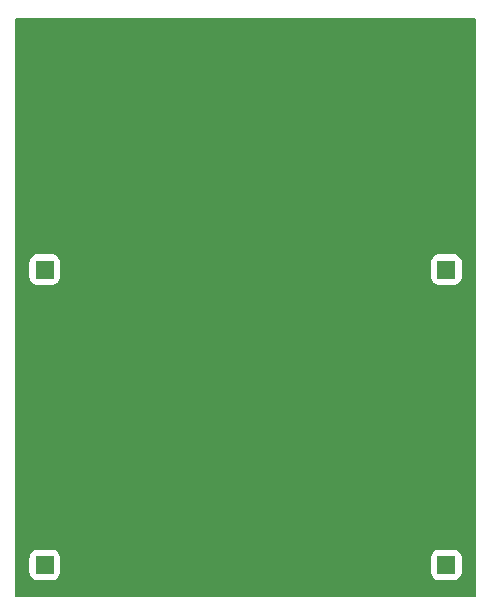
<source format=gbl>
G04 #@! TF.GenerationSoftware,KiCad,Pcbnew,8.0.3*
G04 #@! TF.CreationDate,2024-06-27T10:28:22+02:00*
G04 #@! TF.ProjectId,145MHz_BPF,3134354d-487a-45f4-9250-462e6b696361,rev?*
G04 #@! TF.SameCoordinates,Original*
G04 #@! TF.FileFunction,Copper,L2,Bot*
G04 #@! TF.FilePolarity,Positive*
%FSLAX46Y46*%
G04 Gerber Fmt 4.6, Leading zero omitted, Abs format (unit mm)*
G04 Created by KiCad (PCBNEW 8.0.3) date 2024-06-27 10:28:22*
%MOMM*%
%LPD*%
G01*
G04 APERTURE LIST*
G04 Aperture macros list*
%AMRoundRect*
0 Rectangle with rounded corners*
0 $1 Rounding radius*
0 $2 $3 $4 $5 $6 $7 $8 $9 X,Y pos of 4 corners*
0 Add a 4 corners polygon primitive as box body*
4,1,4,$2,$3,$4,$5,$6,$7,$8,$9,$2,$3,0*
0 Add four circle primitives for the rounded corners*
1,1,$1+$1,$2,$3*
1,1,$1+$1,$4,$5*
1,1,$1+$1,$6,$7*
1,1,$1+$1,$8,$9*
0 Add four rect primitives between the rounded corners*
20,1,$1+$1,$2,$3,$4,$5,0*
20,1,$1+$1,$4,$5,$6,$7,0*
20,1,$1+$1,$6,$7,$8,$9,0*
20,1,$1+$1,$8,$9,$2,$3,0*%
G04 Aperture macros list end*
G04 #@! TA.AperFunction,ComponentPad*
%ADD10RoundRect,0.250000X0.550000X-0.550000X0.550000X0.550000X-0.550000X0.550000X-0.550000X-0.550000X0*%
G04 #@! TD*
G04 #@! TA.AperFunction,ComponentPad*
%ADD11C,1.600000*%
G04 #@! TD*
G04 #@! TA.AperFunction,ComponentPad*
%ADD12RoundRect,0.250000X-0.550000X-0.550000X0.550000X-0.550000X0.550000X0.550000X-0.550000X0.550000X0*%
G04 #@! TD*
G04 #@! TA.AperFunction,ComponentPad*
%ADD13C,1.016000*%
G04 #@! TD*
G04 #@! TA.AperFunction,ViaPad*
%ADD14C,0.600000*%
G04 #@! TD*
G04 APERTURE END LIST*
D10*
X88000000Y-91800000D03*
D11*
X88000000Y-86500000D03*
D12*
X104700000Y-92000000D03*
D10*
X122000000Y-91800000D03*
D11*
X122000000Y-84000000D03*
D13*
X113842000Y-88715000D03*
X112318000Y-88715000D03*
X108762000Y-76015000D03*
X107238000Y-76015000D03*
X108762000Y-88715000D03*
X107238000Y-88715000D03*
X103682000Y-76015000D03*
X102158000Y-76015000D03*
X103682000Y-88715000D03*
X102158000Y-88715000D03*
X98602000Y-76015000D03*
X97078000Y-76015000D03*
X113080000Y-81730000D03*
X110540000Y-81730000D03*
X108000000Y-81730000D03*
X105460000Y-81730000D03*
X102920000Y-81730000D03*
X100380000Y-81730000D03*
X97840000Y-81730000D03*
X113080000Y-83000000D03*
X110540000Y-83000000D03*
X108000000Y-83000000D03*
X105460000Y-83000000D03*
X102920000Y-83000000D03*
X100380000Y-83000000D03*
X97840000Y-83000000D03*
X113842000Y-63715000D03*
X112318000Y-63715000D03*
X108762000Y-51015000D03*
X107238000Y-51015000D03*
X108762000Y-63715000D03*
X107238000Y-63715000D03*
X103682000Y-51015000D03*
X102158000Y-51015000D03*
X103682000Y-63715000D03*
X102158000Y-63715000D03*
X98602000Y-51015000D03*
X97078000Y-51015000D03*
X113080000Y-56730000D03*
X110540000Y-56730000D03*
X108000000Y-56730000D03*
X105460000Y-56730000D03*
X102920000Y-56730000D03*
X100380000Y-56730000D03*
X97840000Y-56730000D03*
X113080000Y-58000000D03*
X110540000Y-58000000D03*
X108000000Y-58000000D03*
X105460000Y-58000000D03*
X102920000Y-58000000D03*
X100380000Y-58000000D03*
X97840000Y-58000000D03*
D10*
X122000000Y-66800000D03*
D11*
X122000000Y-59000000D03*
D12*
X104700000Y-67000000D03*
D10*
X88000000Y-66800000D03*
D11*
X88000000Y-61500000D03*
D14*
X100000000Y-94000000D03*
X122000000Y-71000000D03*
X86000000Y-94000000D03*
X120000000Y-71000000D03*
X100000000Y-71000000D03*
X120000000Y-94000000D03*
X86000000Y-75000000D03*
X124000000Y-85000000D03*
X90000000Y-71000000D03*
X114000000Y-71000000D03*
X108000000Y-94000000D03*
X124000000Y-79000000D03*
X106000000Y-94000000D03*
X88000000Y-71000000D03*
X124000000Y-83000000D03*
X86000000Y-73000000D03*
X112000000Y-94000000D03*
X112000000Y-71000000D03*
X118000000Y-71000000D03*
X94000000Y-94000000D03*
X116000000Y-71000000D03*
X106000000Y-71000000D03*
X86000000Y-79000000D03*
X86000000Y-81000000D03*
X108000000Y-71000000D03*
X98000000Y-94000000D03*
X86000000Y-87000000D03*
X104000000Y-94000000D03*
X124000000Y-94000000D03*
X116000000Y-94000000D03*
X94000000Y-71000000D03*
X102000000Y-94000000D03*
X124000000Y-89000000D03*
X88000000Y-94000000D03*
X110000000Y-71000000D03*
X90000000Y-94000000D03*
X124000000Y-73000000D03*
X98000000Y-71000000D03*
X86000000Y-77000000D03*
X86000000Y-91000000D03*
X124000000Y-71000000D03*
X124000000Y-87000000D03*
X92000000Y-71000000D03*
X102000000Y-71000000D03*
X92000000Y-94000000D03*
X104000000Y-71000000D03*
X124000000Y-81000000D03*
X86000000Y-85000000D03*
X96000000Y-94000000D03*
X122000000Y-94000000D03*
X124000000Y-75000000D03*
X124000000Y-93000000D03*
X86000000Y-93000000D03*
X124000000Y-77000000D03*
X110000000Y-94000000D03*
X118000000Y-94000000D03*
X86000000Y-71000000D03*
X114000000Y-94000000D03*
X86000000Y-89000000D03*
X96000000Y-71000000D03*
X124000000Y-91000000D03*
X86000000Y-83000000D03*
X124000000Y-66000000D03*
X86000000Y-58000000D03*
X96000000Y-46000000D03*
X86000000Y-64000000D03*
X124000000Y-50000000D03*
X110000000Y-69000000D03*
X124000000Y-52000000D03*
X114000000Y-69000000D03*
X118000000Y-69000000D03*
X86000000Y-68000000D03*
X122000000Y-69000000D03*
X86000000Y-46000000D03*
X124000000Y-68000000D03*
X124000000Y-56000000D03*
X104000000Y-46000000D03*
X92000000Y-69000000D03*
X96000000Y-69000000D03*
X102000000Y-46000000D03*
X124000000Y-62000000D03*
X92000000Y-46000000D03*
X124000000Y-46000000D03*
X86000000Y-60000000D03*
X110000000Y-46000000D03*
X88000000Y-69000000D03*
X102000000Y-69000000D03*
X124000000Y-64000000D03*
X86000000Y-66000000D03*
X86000000Y-52000000D03*
X98000000Y-46000000D03*
X124000000Y-48000000D03*
X90000000Y-69000000D03*
X86000000Y-48000000D03*
X94000000Y-69000000D03*
X116000000Y-46000000D03*
X88000000Y-46000000D03*
X112000000Y-69000000D03*
X118000000Y-46000000D03*
X86000000Y-56000000D03*
X112000000Y-46000000D03*
X104000000Y-69000000D03*
X86000000Y-62000000D03*
X94000000Y-46000000D03*
X106000000Y-46000000D03*
X124000000Y-58000000D03*
X116000000Y-69000000D03*
X124000000Y-69000000D03*
X98000000Y-69000000D03*
X108000000Y-46000000D03*
X86000000Y-54000000D03*
X114000000Y-46000000D03*
X124000000Y-54000000D03*
X122000000Y-46000000D03*
X120000000Y-69000000D03*
X90000000Y-46000000D03*
X100000000Y-69000000D03*
X100000000Y-46000000D03*
X108000000Y-69000000D03*
X120000000Y-46000000D03*
X124000000Y-60000000D03*
X106000000Y-69000000D03*
X86000000Y-50000000D03*
X86000000Y-69000000D03*
G04 #@! TA.AperFunction,Conductor*
G36*
X124442539Y-45520185D02*
G01*
X124488294Y-45572989D01*
X124499500Y-45624500D01*
X124499500Y-70000000D01*
X85500500Y-70000000D01*
X85500500Y-66199983D01*
X86699500Y-66199983D01*
X86699500Y-67400001D01*
X86699501Y-67400018D01*
X86710000Y-67502796D01*
X86710001Y-67502799D01*
X86765185Y-67669331D01*
X86765186Y-67669334D01*
X86857288Y-67818656D01*
X86981344Y-67942712D01*
X87130666Y-68034814D01*
X87297203Y-68089999D01*
X87399991Y-68100500D01*
X88600008Y-68100499D01*
X88702797Y-68089999D01*
X88869334Y-68034814D01*
X89018656Y-67942712D01*
X89142712Y-67818656D01*
X89234814Y-67669334D01*
X89289999Y-67502797D01*
X89300500Y-67400009D01*
X89300499Y-66199992D01*
X89300498Y-66199983D01*
X120699500Y-66199983D01*
X120699500Y-67400001D01*
X120699501Y-67400018D01*
X120710000Y-67502796D01*
X120710001Y-67502799D01*
X120765185Y-67669331D01*
X120765186Y-67669334D01*
X120857288Y-67818656D01*
X120981344Y-67942712D01*
X121130666Y-68034814D01*
X121297203Y-68089999D01*
X121399991Y-68100500D01*
X122600008Y-68100499D01*
X122702797Y-68089999D01*
X122869334Y-68034814D01*
X123018656Y-67942712D01*
X123142712Y-67818656D01*
X123234814Y-67669334D01*
X123289999Y-67502797D01*
X123300500Y-67400009D01*
X123300499Y-66199992D01*
X123289999Y-66097203D01*
X123234814Y-65930666D01*
X123142712Y-65781344D01*
X123018656Y-65657288D01*
X122869334Y-65565186D01*
X122702797Y-65510001D01*
X122702795Y-65510000D01*
X122600010Y-65499500D01*
X121399998Y-65499500D01*
X121399981Y-65499501D01*
X121297203Y-65510000D01*
X121297200Y-65510001D01*
X121130668Y-65565185D01*
X121130663Y-65565187D01*
X120981342Y-65657289D01*
X120857289Y-65781342D01*
X120765187Y-65930663D01*
X120765186Y-65930666D01*
X120710001Y-66097203D01*
X120710001Y-66097204D01*
X120710000Y-66097204D01*
X120699500Y-66199983D01*
X89300498Y-66199983D01*
X89289999Y-66097203D01*
X89234814Y-65930666D01*
X89142712Y-65781344D01*
X89018656Y-65657288D01*
X88869334Y-65565186D01*
X88702797Y-65510001D01*
X88702795Y-65510000D01*
X88600010Y-65499500D01*
X87399998Y-65499500D01*
X87399981Y-65499501D01*
X87297203Y-65510000D01*
X87297200Y-65510001D01*
X87130668Y-65565185D01*
X87130663Y-65565187D01*
X86981342Y-65657289D01*
X86857289Y-65781342D01*
X86765187Y-65930663D01*
X86765186Y-65930666D01*
X86710001Y-66097203D01*
X86710001Y-66097204D01*
X86710000Y-66097204D01*
X86699500Y-66199983D01*
X85500500Y-66199983D01*
X85500500Y-45624500D01*
X85520185Y-45557461D01*
X85572989Y-45511706D01*
X85624500Y-45500500D01*
X124375500Y-45500500D01*
X124442539Y-45520185D01*
G37*
G04 #@! TD.AperFunction*
G04 #@! TA.AperFunction,Conductor*
G36*
X124499500Y-94375500D02*
G01*
X124479815Y-94442539D01*
X124427011Y-94488294D01*
X124375500Y-94499500D01*
X85624500Y-94499500D01*
X85557461Y-94479815D01*
X85511706Y-94427011D01*
X85500500Y-94375500D01*
X85500500Y-91199983D01*
X86699500Y-91199983D01*
X86699500Y-92400001D01*
X86699501Y-92400018D01*
X86710000Y-92502796D01*
X86710001Y-92502799D01*
X86765185Y-92669331D01*
X86765186Y-92669334D01*
X86857288Y-92818656D01*
X86981344Y-92942712D01*
X87130666Y-93034814D01*
X87297203Y-93089999D01*
X87399991Y-93100500D01*
X88600008Y-93100499D01*
X88702797Y-93089999D01*
X88869334Y-93034814D01*
X89018656Y-92942712D01*
X89142712Y-92818656D01*
X89234814Y-92669334D01*
X89289999Y-92502797D01*
X89300500Y-92400009D01*
X89300499Y-91199992D01*
X89300498Y-91199983D01*
X120699500Y-91199983D01*
X120699500Y-92400001D01*
X120699501Y-92400018D01*
X120710000Y-92502796D01*
X120710001Y-92502799D01*
X120765185Y-92669331D01*
X120765186Y-92669334D01*
X120857288Y-92818656D01*
X120981344Y-92942712D01*
X121130666Y-93034814D01*
X121297203Y-93089999D01*
X121399991Y-93100500D01*
X122600008Y-93100499D01*
X122702797Y-93089999D01*
X122869334Y-93034814D01*
X123018656Y-92942712D01*
X123142712Y-92818656D01*
X123234814Y-92669334D01*
X123289999Y-92502797D01*
X123300500Y-92400009D01*
X123300499Y-91199992D01*
X123289999Y-91097203D01*
X123234814Y-90930666D01*
X123142712Y-90781344D01*
X123018656Y-90657288D01*
X122869334Y-90565186D01*
X122702797Y-90510001D01*
X122702795Y-90510000D01*
X122600010Y-90499500D01*
X121399998Y-90499500D01*
X121399981Y-90499501D01*
X121297203Y-90510000D01*
X121297200Y-90510001D01*
X121130668Y-90565185D01*
X121130663Y-90565187D01*
X120981342Y-90657289D01*
X120857289Y-90781342D01*
X120765187Y-90930663D01*
X120765186Y-90930666D01*
X120710001Y-91097203D01*
X120710001Y-91097204D01*
X120710000Y-91097204D01*
X120699500Y-91199983D01*
X89300498Y-91199983D01*
X89289999Y-91097203D01*
X89234814Y-90930666D01*
X89142712Y-90781344D01*
X89018656Y-90657288D01*
X88869334Y-90565186D01*
X88702797Y-90510001D01*
X88702795Y-90510000D01*
X88600010Y-90499500D01*
X87399998Y-90499500D01*
X87399981Y-90499501D01*
X87297203Y-90510000D01*
X87297200Y-90510001D01*
X87130668Y-90565185D01*
X87130663Y-90565187D01*
X86981342Y-90657289D01*
X86857289Y-90781342D01*
X86765187Y-90930663D01*
X86765186Y-90930666D01*
X86710001Y-91097203D01*
X86710001Y-91097204D01*
X86710000Y-91097204D01*
X86699500Y-91199983D01*
X85500500Y-91199983D01*
X85500500Y-70000000D01*
X124499500Y-70000000D01*
X124499500Y-94375500D01*
G37*
G04 #@! TD.AperFunction*
M02*

</source>
